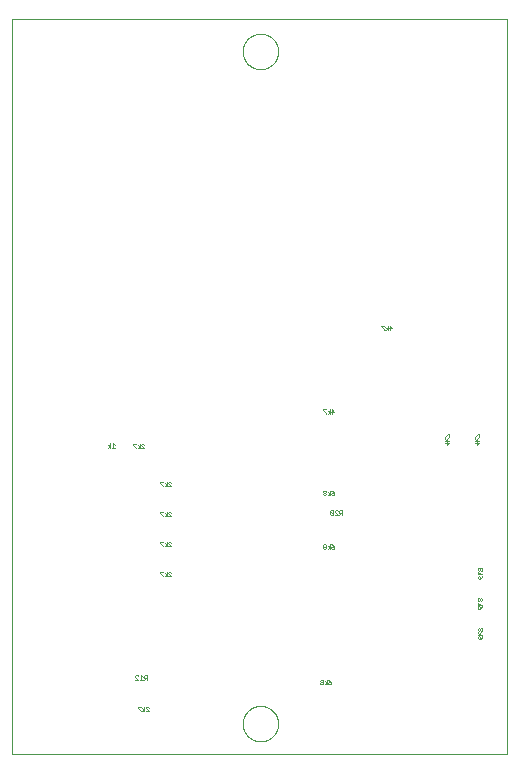
<source format=gbo>
G75*
%MOIN*%
%OFA0B0*%
%FSLAX25Y25*%
%IPPOS*%
%LPD*%
%AMOC8*
5,1,8,0,0,1.08239X$1,22.5*
%
%ADD10C,0.00000*%
%ADD11C,0.00100*%
D10*
X0027500Y0001000D02*
X0027500Y0245961D01*
X0192500Y0246000D01*
X0192500Y0001000D01*
X0027500Y0001000D01*
X0104271Y0011000D02*
X0104273Y0011153D01*
X0104279Y0011307D01*
X0104289Y0011460D01*
X0104303Y0011612D01*
X0104321Y0011765D01*
X0104343Y0011916D01*
X0104368Y0012067D01*
X0104398Y0012218D01*
X0104432Y0012368D01*
X0104469Y0012516D01*
X0104510Y0012664D01*
X0104555Y0012810D01*
X0104604Y0012956D01*
X0104657Y0013100D01*
X0104713Y0013242D01*
X0104773Y0013383D01*
X0104837Y0013523D01*
X0104904Y0013661D01*
X0104975Y0013797D01*
X0105050Y0013931D01*
X0105127Y0014063D01*
X0105209Y0014193D01*
X0105293Y0014321D01*
X0105381Y0014447D01*
X0105472Y0014570D01*
X0105566Y0014691D01*
X0105664Y0014809D01*
X0105764Y0014925D01*
X0105868Y0015038D01*
X0105974Y0015149D01*
X0106083Y0015257D01*
X0106195Y0015362D01*
X0106309Y0015463D01*
X0106427Y0015562D01*
X0106546Y0015658D01*
X0106668Y0015751D01*
X0106793Y0015840D01*
X0106920Y0015927D01*
X0107049Y0016009D01*
X0107180Y0016089D01*
X0107313Y0016165D01*
X0107448Y0016238D01*
X0107585Y0016307D01*
X0107724Y0016372D01*
X0107864Y0016434D01*
X0108006Y0016492D01*
X0108149Y0016547D01*
X0108294Y0016598D01*
X0108440Y0016645D01*
X0108587Y0016688D01*
X0108735Y0016727D01*
X0108884Y0016763D01*
X0109034Y0016794D01*
X0109185Y0016822D01*
X0109336Y0016846D01*
X0109489Y0016866D01*
X0109641Y0016882D01*
X0109794Y0016894D01*
X0109947Y0016902D01*
X0110100Y0016906D01*
X0110254Y0016906D01*
X0110407Y0016902D01*
X0110560Y0016894D01*
X0110713Y0016882D01*
X0110865Y0016866D01*
X0111018Y0016846D01*
X0111169Y0016822D01*
X0111320Y0016794D01*
X0111470Y0016763D01*
X0111619Y0016727D01*
X0111767Y0016688D01*
X0111914Y0016645D01*
X0112060Y0016598D01*
X0112205Y0016547D01*
X0112348Y0016492D01*
X0112490Y0016434D01*
X0112630Y0016372D01*
X0112769Y0016307D01*
X0112906Y0016238D01*
X0113041Y0016165D01*
X0113174Y0016089D01*
X0113305Y0016009D01*
X0113434Y0015927D01*
X0113561Y0015840D01*
X0113686Y0015751D01*
X0113808Y0015658D01*
X0113927Y0015562D01*
X0114045Y0015463D01*
X0114159Y0015362D01*
X0114271Y0015257D01*
X0114380Y0015149D01*
X0114486Y0015038D01*
X0114590Y0014925D01*
X0114690Y0014809D01*
X0114788Y0014691D01*
X0114882Y0014570D01*
X0114973Y0014447D01*
X0115061Y0014321D01*
X0115145Y0014193D01*
X0115227Y0014063D01*
X0115304Y0013931D01*
X0115379Y0013797D01*
X0115450Y0013661D01*
X0115517Y0013523D01*
X0115581Y0013383D01*
X0115641Y0013242D01*
X0115697Y0013100D01*
X0115750Y0012956D01*
X0115799Y0012810D01*
X0115844Y0012664D01*
X0115885Y0012516D01*
X0115922Y0012368D01*
X0115956Y0012218D01*
X0115986Y0012067D01*
X0116011Y0011916D01*
X0116033Y0011765D01*
X0116051Y0011612D01*
X0116065Y0011460D01*
X0116075Y0011307D01*
X0116081Y0011153D01*
X0116083Y0011000D01*
X0116081Y0010847D01*
X0116075Y0010693D01*
X0116065Y0010540D01*
X0116051Y0010388D01*
X0116033Y0010235D01*
X0116011Y0010084D01*
X0115986Y0009933D01*
X0115956Y0009782D01*
X0115922Y0009632D01*
X0115885Y0009484D01*
X0115844Y0009336D01*
X0115799Y0009190D01*
X0115750Y0009044D01*
X0115697Y0008900D01*
X0115641Y0008758D01*
X0115581Y0008617D01*
X0115517Y0008477D01*
X0115450Y0008339D01*
X0115379Y0008203D01*
X0115304Y0008069D01*
X0115227Y0007937D01*
X0115145Y0007807D01*
X0115061Y0007679D01*
X0114973Y0007553D01*
X0114882Y0007430D01*
X0114788Y0007309D01*
X0114690Y0007191D01*
X0114590Y0007075D01*
X0114486Y0006962D01*
X0114380Y0006851D01*
X0114271Y0006743D01*
X0114159Y0006638D01*
X0114045Y0006537D01*
X0113927Y0006438D01*
X0113808Y0006342D01*
X0113686Y0006249D01*
X0113561Y0006160D01*
X0113434Y0006073D01*
X0113305Y0005991D01*
X0113174Y0005911D01*
X0113041Y0005835D01*
X0112906Y0005762D01*
X0112769Y0005693D01*
X0112630Y0005628D01*
X0112490Y0005566D01*
X0112348Y0005508D01*
X0112205Y0005453D01*
X0112060Y0005402D01*
X0111914Y0005355D01*
X0111767Y0005312D01*
X0111619Y0005273D01*
X0111470Y0005237D01*
X0111320Y0005206D01*
X0111169Y0005178D01*
X0111018Y0005154D01*
X0110865Y0005134D01*
X0110713Y0005118D01*
X0110560Y0005106D01*
X0110407Y0005098D01*
X0110254Y0005094D01*
X0110100Y0005094D01*
X0109947Y0005098D01*
X0109794Y0005106D01*
X0109641Y0005118D01*
X0109489Y0005134D01*
X0109336Y0005154D01*
X0109185Y0005178D01*
X0109034Y0005206D01*
X0108884Y0005237D01*
X0108735Y0005273D01*
X0108587Y0005312D01*
X0108440Y0005355D01*
X0108294Y0005402D01*
X0108149Y0005453D01*
X0108006Y0005508D01*
X0107864Y0005566D01*
X0107724Y0005628D01*
X0107585Y0005693D01*
X0107448Y0005762D01*
X0107313Y0005835D01*
X0107180Y0005911D01*
X0107049Y0005991D01*
X0106920Y0006073D01*
X0106793Y0006160D01*
X0106668Y0006249D01*
X0106546Y0006342D01*
X0106427Y0006438D01*
X0106309Y0006537D01*
X0106195Y0006638D01*
X0106083Y0006743D01*
X0105974Y0006851D01*
X0105868Y0006962D01*
X0105764Y0007075D01*
X0105664Y0007191D01*
X0105566Y0007309D01*
X0105472Y0007430D01*
X0105381Y0007553D01*
X0105293Y0007679D01*
X0105209Y0007807D01*
X0105127Y0007937D01*
X0105050Y0008069D01*
X0104975Y0008203D01*
X0104904Y0008339D01*
X0104837Y0008477D01*
X0104773Y0008617D01*
X0104713Y0008758D01*
X0104657Y0008900D01*
X0104604Y0009044D01*
X0104555Y0009190D01*
X0104510Y0009336D01*
X0104469Y0009484D01*
X0104432Y0009632D01*
X0104398Y0009782D01*
X0104368Y0009933D01*
X0104343Y0010084D01*
X0104321Y0010235D01*
X0104303Y0010388D01*
X0104289Y0010540D01*
X0104279Y0010693D01*
X0104273Y0010847D01*
X0104271Y0011000D01*
X0104271Y0235055D02*
X0104273Y0235208D01*
X0104279Y0235362D01*
X0104289Y0235515D01*
X0104303Y0235667D01*
X0104321Y0235820D01*
X0104343Y0235971D01*
X0104368Y0236122D01*
X0104398Y0236273D01*
X0104432Y0236423D01*
X0104469Y0236571D01*
X0104510Y0236719D01*
X0104555Y0236865D01*
X0104604Y0237011D01*
X0104657Y0237155D01*
X0104713Y0237297D01*
X0104773Y0237438D01*
X0104837Y0237578D01*
X0104904Y0237716D01*
X0104975Y0237852D01*
X0105050Y0237986D01*
X0105127Y0238118D01*
X0105209Y0238248D01*
X0105293Y0238376D01*
X0105381Y0238502D01*
X0105472Y0238625D01*
X0105566Y0238746D01*
X0105664Y0238864D01*
X0105764Y0238980D01*
X0105868Y0239093D01*
X0105974Y0239204D01*
X0106083Y0239312D01*
X0106195Y0239417D01*
X0106309Y0239518D01*
X0106427Y0239617D01*
X0106546Y0239713D01*
X0106668Y0239806D01*
X0106793Y0239895D01*
X0106920Y0239982D01*
X0107049Y0240064D01*
X0107180Y0240144D01*
X0107313Y0240220D01*
X0107448Y0240293D01*
X0107585Y0240362D01*
X0107724Y0240427D01*
X0107864Y0240489D01*
X0108006Y0240547D01*
X0108149Y0240602D01*
X0108294Y0240653D01*
X0108440Y0240700D01*
X0108587Y0240743D01*
X0108735Y0240782D01*
X0108884Y0240818D01*
X0109034Y0240849D01*
X0109185Y0240877D01*
X0109336Y0240901D01*
X0109489Y0240921D01*
X0109641Y0240937D01*
X0109794Y0240949D01*
X0109947Y0240957D01*
X0110100Y0240961D01*
X0110254Y0240961D01*
X0110407Y0240957D01*
X0110560Y0240949D01*
X0110713Y0240937D01*
X0110865Y0240921D01*
X0111018Y0240901D01*
X0111169Y0240877D01*
X0111320Y0240849D01*
X0111470Y0240818D01*
X0111619Y0240782D01*
X0111767Y0240743D01*
X0111914Y0240700D01*
X0112060Y0240653D01*
X0112205Y0240602D01*
X0112348Y0240547D01*
X0112490Y0240489D01*
X0112630Y0240427D01*
X0112769Y0240362D01*
X0112906Y0240293D01*
X0113041Y0240220D01*
X0113174Y0240144D01*
X0113305Y0240064D01*
X0113434Y0239982D01*
X0113561Y0239895D01*
X0113686Y0239806D01*
X0113808Y0239713D01*
X0113927Y0239617D01*
X0114045Y0239518D01*
X0114159Y0239417D01*
X0114271Y0239312D01*
X0114380Y0239204D01*
X0114486Y0239093D01*
X0114590Y0238980D01*
X0114690Y0238864D01*
X0114788Y0238746D01*
X0114882Y0238625D01*
X0114973Y0238502D01*
X0115061Y0238376D01*
X0115145Y0238248D01*
X0115227Y0238118D01*
X0115304Y0237986D01*
X0115379Y0237852D01*
X0115450Y0237716D01*
X0115517Y0237578D01*
X0115581Y0237438D01*
X0115641Y0237297D01*
X0115697Y0237155D01*
X0115750Y0237011D01*
X0115799Y0236865D01*
X0115844Y0236719D01*
X0115885Y0236571D01*
X0115922Y0236423D01*
X0115956Y0236273D01*
X0115986Y0236122D01*
X0116011Y0235971D01*
X0116033Y0235820D01*
X0116051Y0235667D01*
X0116065Y0235515D01*
X0116075Y0235362D01*
X0116081Y0235208D01*
X0116083Y0235055D01*
X0116081Y0234902D01*
X0116075Y0234748D01*
X0116065Y0234595D01*
X0116051Y0234443D01*
X0116033Y0234290D01*
X0116011Y0234139D01*
X0115986Y0233988D01*
X0115956Y0233837D01*
X0115922Y0233687D01*
X0115885Y0233539D01*
X0115844Y0233391D01*
X0115799Y0233245D01*
X0115750Y0233099D01*
X0115697Y0232955D01*
X0115641Y0232813D01*
X0115581Y0232672D01*
X0115517Y0232532D01*
X0115450Y0232394D01*
X0115379Y0232258D01*
X0115304Y0232124D01*
X0115227Y0231992D01*
X0115145Y0231862D01*
X0115061Y0231734D01*
X0114973Y0231608D01*
X0114882Y0231485D01*
X0114788Y0231364D01*
X0114690Y0231246D01*
X0114590Y0231130D01*
X0114486Y0231017D01*
X0114380Y0230906D01*
X0114271Y0230798D01*
X0114159Y0230693D01*
X0114045Y0230592D01*
X0113927Y0230493D01*
X0113808Y0230397D01*
X0113686Y0230304D01*
X0113561Y0230215D01*
X0113434Y0230128D01*
X0113305Y0230046D01*
X0113174Y0229966D01*
X0113041Y0229890D01*
X0112906Y0229817D01*
X0112769Y0229748D01*
X0112630Y0229683D01*
X0112490Y0229621D01*
X0112348Y0229563D01*
X0112205Y0229508D01*
X0112060Y0229457D01*
X0111914Y0229410D01*
X0111767Y0229367D01*
X0111619Y0229328D01*
X0111470Y0229292D01*
X0111320Y0229261D01*
X0111169Y0229233D01*
X0111018Y0229209D01*
X0110865Y0229189D01*
X0110713Y0229173D01*
X0110560Y0229161D01*
X0110407Y0229153D01*
X0110254Y0229149D01*
X0110100Y0229149D01*
X0109947Y0229153D01*
X0109794Y0229161D01*
X0109641Y0229173D01*
X0109489Y0229189D01*
X0109336Y0229209D01*
X0109185Y0229233D01*
X0109034Y0229261D01*
X0108884Y0229292D01*
X0108735Y0229328D01*
X0108587Y0229367D01*
X0108440Y0229410D01*
X0108294Y0229457D01*
X0108149Y0229508D01*
X0108006Y0229563D01*
X0107864Y0229621D01*
X0107724Y0229683D01*
X0107585Y0229748D01*
X0107448Y0229817D01*
X0107313Y0229890D01*
X0107180Y0229966D01*
X0107049Y0230046D01*
X0106920Y0230128D01*
X0106793Y0230215D01*
X0106668Y0230304D01*
X0106546Y0230397D01*
X0106427Y0230493D01*
X0106309Y0230592D01*
X0106195Y0230693D01*
X0106083Y0230798D01*
X0105974Y0230906D01*
X0105868Y0231017D01*
X0105764Y0231130D01*
X0105664Y0231246D01*
X0105566Y0231364D01*
X0105472Y0231485D01*
X0105381Y0231608D01*
X0105293Y0231734D01*
X0105209Y0231862D01*
X0105127Y0231992D01*
X0105050Y0232124D01*
X0104975Y0232258D01*
X0104904Y0232394D01*
X0104837Y0232532D01*
X0104773Y0232672D01*
X0104713Y0232813D01*
X0104657Y0232955D01*
X0104604Y0233099D01*
X0104555Y0233245D01*
X0104510Y0233391D01*
X0104469Y0233539D01*
X0104432Y0233687D01*
X0104398Y0233837D01*
X0104368Y0233988D01*
X0104343Y0234139D01*
X0104321Y0234290D01*
X0104303Y0234443D01*
X0104289Y0234595D01*
X0104279Y0234748D01*
X0104273Y0234902D01*
X0104271Y0235055D01*
D11*
X0150311Y0143658D02*
X0150311Y0143407D01*
X0151312Y0142407D01*
X0151312Y0142156D01*
X0151789Y0142156D02*
X0152540Y0142657D01*
X0151789Y0143157D01*
X0151312Y0143658D02*
X0150311Y0143658D01*
X0152540Y0143658D02*
X0152540Y0142156D01*
X0153262Y0142156D02*
X0153262Y0143658D01*
X0154013Y0142907D01*
X0153012Y0142907D01*
X0134050Y0115764D02*
X0134800Y0115013D01*
X0133800Y0115013D01*
X0133327Y0114763D02*
X0132577Y0115263D01*
X0132099Y0115764D02*
X0131099Y0115764D01*
X0131099Y0115514D01*
X0132099Y0114513D01*
X0132099Y0114263D01*
X0132577Y0114263D02*
X0133327Y0114763D01*
X0133327Y0114263D02*
X0133327Y0115764D01*
X0134050Y0115764D02*
X0134050Y0114263D01*
X0133800Y0088658D02*
X0134300Y0088407D01*
X0134800Y0087907D01*
X0134050Y0087907D01*
X0133800Y0087657D01*
X0133800Y0087407D01*
X0134050Y0087156D01*
X0134550Y0087156D01*
X0134800Y0087407D01*
X0134800Y0087907D01*
X0133327Y0087657D02*
X0132577Y0088157D01*
X0132099Y0088157D02*
X0132099Y0088407D01*
X0131849Y0088658D01*
X0131349Y0088658D01*
X0131099Y0088407D01*
X0131099Y0088157D01*
X0131349Y0087907D01*
X0131849Y0087907D01*
X0132099Y0088157D01*
X0131849Y0087907D02*
X0132099Y0087657D01*
X0132099Y0087407D01*
X0131849Y0087156D01*
X0131349Y0087156D01*
X0131099Y0087407D01*
X0131099Y0087657D01*
X0131349Y0087907D01*
X0132577Y0087156D02*
X0133327Y0087657D01*
X0133327Y0087156D02*
X0133327Y0088658D01*
X0133753Y0082051D02*
X0133503Y0081801D01*
X0134503Y0080800D01*
X0134253Y0080550D01*
X0133753Y0080550D01*
X0133503Y0080800D01*
X0133503Y0081801D01*
X0133753Y0082051D02*
X0134253Y0082051D01*
X0134503Y0081801D01*
X0134503Y0080800D01*
X0134976Y0080550D02*
X0135977Y0080550D01*
X0134976Y0081551D01*
X0134976Y0081801D01*
X0135226Y0082051D01*
X0135727Y0082051D01*
X0135977Y0081801D01*
X0136449Y0081801D02*
X0136449Y0081301D01*
X0136699Y0081050D01*
X0137450Y0081050D01*
X0137450Y0080550D02*
X0137450Y0082051D01*
X0136699Y0082051D01*
X0136449Y0081801D01*
X0136950Y0081050D02*
X0136449Y0080550D01*
X0133800Y0070764D02*
X0134300Y0070514D01*
X0134800Y0070013D01*
X0134050Y0070013D01*
X0133800Y0069763D01*
X0133800Y0069513D01*
X0134050Y0069263D01*
X0134550Y0069263D01*
X0134800Y0069513D01*
X0134800Y0070013D01*
X0133327Y0069763D02*
X0132577Y0070263D01*
X0132099Y0070263D02*
X0132099Y0070514D01*
X0131849Y0070764D01*
X0131349Y0070764D01*
X0131099Y0070514D01*
X0131099Y0070263D01*
X0131349Y0070013D01*
X0131849Y0070013D01*
X0132099Y0070263D01*
X0131849Y0070013D02*
X0132099Y0069763D01*
X0132099Y0069513D01*
X0131849Y0069263D01*
X0131349Y0069263D01*
X0131099Y0069513D01*
X0131099Y0069763D01*
X0131349Y0070013D01*
X0132577Y0069263D02*
X0133327Y0069763D01*
X0133327Y0069263D02*
X0133327Y0070764D01*
X0132855Y0025606D02*
X0133355Y0025356D01*
X0133856Y0024856D01*
X0133105Y0024856D01*
X0132855Y0024606D01*
X0132855Y0024355D01*
X0133105Y0024105D01*
X0133605Y0024105D01*
X0133856Y0024355D01*
X0133856Y0024856D01*
X0132382Y0024606D02*
X0131632Y0025106D01*
X0131155Y0025106D02*
X0131155Y0025356D01*
X0130904Y0025606D01*
X0130404Y0025606D01*
X0130154Y0025356D01*
X0130154Y0025106D01*
X0130404Y0024856D01*
X0130904Y0024856D01*
X0131155Y0025106D01*
X0130904Y0024856D02*
X0131155Y0024606D01*
X0131155Y0024355D01*
X0130904Y0024105D01*
X0130404Y0024105D01*
X0130154Y0024355D01*
X0130154Y0024606D01*
X0130404Y0024856D01*
X0131632Y0024105D02*
X0132382Y0024606D01*
X0132382Y0024105D02*
X0132382Y0025606D01*
X0182643Y0039449D02*
X0182643Y0039949D01*
X0182893Y0040199D01*
X0183143Y0040199D01*
X0183394Y0039949D01*
X0183394Y0039199D01*
X0182893Y0039199D01*
X0182643Y0039449D01*
X0183394Y0039199D02*
X0183894Y0039699D01*
X0184144Y0040199D01*
X0184144Y0040672D02*
X0182643Y0040672D01*
X0183143Y0040672D02*
X0183644Y0041423D01*
X0183644Y0041900D02*
X0183894Y0041900D01*
X0184144Y0042150D01*
X0184144Y0042650D01*
X0183894Y0042900D01*
X0183644Y0042900D01*
X0183394Y0042650D01*
X0183394Y0042150D01*
X0183644Y0041900D01*
X0183394Y0042150D02*
X0183143Y0041900D01*
X0182893Y0041900D01*
X0182643Y0042150D01*
X0182643Y0042650D01*
X0182893Y0042900D01*
X0183143Y0042900D01*
X0183394Y0042650D01*
X0182643Y0041423D02*
X0183143Y0040672D01*
X0183291Y0049147D02*
X0183291Y0049898D01*
X0183041Y0050148D01*
X0182791Y0050148D01*
X0182541Y0049898D01*
X0182541Y0049398D01*
X0182791Y0049147D01*
X0183291Y0049147D01*
X0183792Y0049648D01*
X0184042Y0050148D01*
X0184042Y0050621D02*
X0182541Y0050621D01*
X0183041Y0050621D02*
X0183541Y0051371D01*
X0183541Y0051848D02*
X0183792Y0051848D01*
X0184042Y0052099D01*
X0184042Y0052599D01*
X0183792Y0052849D01*
X0183541Y0052849D01*
X0183291Y0052599D01*
X0183291Y0052099D01*
X0183541Y0051848D01*
X0183291Y0052099D02*
X0183041Y0051848D01*
X0182791Y0051848D01*
X0182541Y0052099D01*
X0182541Y0052599D01*
X0182791Y0052849D01*
X0183041Y0052849D01*
X0183291Y0052599D01*
X0182541Y0051371D02*
X0183041Y0050621D01*
X0182893Y0059277D02*
X0182643Y0059528D01*
X0182643Y0060028D01*
X0182893Y0060278D01*
X0183143Y0060278D01*
X0183394Y0060028D01*
X0183394Y0059277D01*
X0182893Y0059277D01*
X0183394Y0059277D02*
X0183894Y0059778D01*
X0184144Y0060278D01*
X0184144Y0060751D02*
X0182643Y0060751D01*
X0183143Y0060751D02*
X0183644Y0061501D01*
X0183644Y0061978D02*
X0183894Y0061978D01*
X0184144Y0062229D01*
X0184144Y0062729D01*
X0183894Y0062979D01*
X0183644Y0062979D01*
X0183394Y0062729D01*
X0183394Y0062229D01*
X0183644Y0061978D01*
X0183394Y0062229D02*
X0183143Y0061978D01*
X0182893Y0061978D01*
X0182643Y0062229D01*
X0182643Y0062729D01*
X0182893Y0062979D01*
X0183143Y0062979D01*
X0183394Y0062729D01*
X0182643Y0061501D02*
X0183143Y0060751D01*
X0182307Y0103832D02*
X0182307Y0104833D01*
X0182057Y0105306D02*
X0182557Y0106056D01*
X0183058Y0106533D02*
X0183058Y0107534D01*
X0182807Y0107534D01*
X0181807Y0106533D01*
X0181556Y0106533D01*
X0181556Y0106056D02*
X0182057Y0105306D01*
X0181556Y0105306D02*
X0183058Y0105306D01*
X0183058Y0104583D02*
X0182307Y0103832D01*
X0181556Y0104583D02*
X0183058Y0104583D01*
X0173058Y0104583D02*
X0172307Y0103832D01*
X0172307Y0104833D01*
X0172057Y0105306D02*
X0172557Y0106056D01*
X0173058Y0106533D02*
X0173058Y0107534D01*
X0172807Y0107534D01*
X0171807Y0106533D01*
X0171556Y0106533D01*
X0171556Y0106056D02*
X0172057Y0105306D01*
X0171556Y0105306D02*
X0173058Y0105306D01*
X0173058Y0104583D02*
X0171556Y0104583D01*
X0080450Y0091301D02*
X0080200Y0091551D01*
X0079699Y0091551D01*
X0079449Y0091301D01*
X0079449Y0091051D01*
X0080450Y0090050D01*
X0079449Y0090050D01*
X0078977Y0090050D02*
X0078977Y0091551D01*
X0078226Y0091051D02*
X0078977Y0090550D01*
X0078226Y0090050D01*
X0077749Y0090050D02*
X0077749Y0090300D01*
X0076748Y0091301D01*
X0076748Y0091551D01*
X0077749Y0091551D01*
X0077749Y0081551D02*
X0076748Y0081551D01*
X0076748Y0081301D01*
X0077749Y0080300D01*
X0077749Y0080050D01*
X0078226Y0080050D02*
X0078977Y0080550D01*
X0078226Y0081051D01*
X0078977Y0081551D02*
X0078977Y0080050D01*
X0079449Y0080050D02*
X0080450Y0080050D01*
X0079449Y0081051D01*
X0079449Y0081301D01*
X0079699Y0081551D01*
X0080200Y0081551D01*
X0080450Y0081301D01*
X0080200Y0071551D02*
X0080450Y0071301D01*
X0080200Y0071551D02*
X0079699Y0071551D01*
X0079449Y0071301D01*
X0079449Y0071051D01*
X0080450Y0070050D01*
X0079449Y0070050D01*
X0078977Y0070050D02*
X0078977Y0071551D01*
X0078226Y0071051D02*
X0078977Y0070550D01*
X0078226Y0070050D01*
X0077749Y0070050D02*
X0077749Y0070300D01*
X0076748Y0071301D01*
X0076748Y0071551D01*
X0077749Y0071551D01*
X0077749Y0061551D02*
X0076748Y0061551D01*
X0076748Y0061301D01*
X0077749Y0060300D01*
X0077749Y0060050D01*
X0078226Y0060050D02*
X0078977Y0060550D01*
X0078226Y0061051D01*
X0078977Y0061551D02*
X0078977Y0060050D01*
X0079449Y0060050D02*
X0080450Y0060050D01*
X0079449Y0061051D01*
X0079449Y0061301D01*
X0079699Y0061551D01*
X0080200Y0061551D01*
X0080450Y0061301D01*
X0072450Y0027051D02*
X0071699Y0027051D01*
X0071449Y0026801D01*
X0071449Y0026301D01*
X0071699Y0026050D01*
X0072450Y0026050D01*
X0072450Y0025550D02*
X0072450Y0027051D01*
X0071950Y0026050D02*
X0071449Y0025550D01*
X0070977Y0025550D02*
X0069976Y0025550D01*
X0069503Y0025550D02*
X0068503Y0026551D01*
X0068503Y0026801D01*
X0068753Y0027051D01*
X0069253Y0027051D01*
X0069503Y0026801D01*
X0070476Y0027051D02*
X0070476Y0025550D01*
X0069503Y0025550D02*
X0068503Y0025550D01*
X0070476Y0027051D02*
X0070977Y0026551D01*
X0071477Y0016551D02*
X0071477Y0015050D01*
X0071949Y0015050D02*
X0072950Y0015050D01*
X0071949Y0016051D01*
X0071949Y0016301D01*
X0072199Y0016551D01*
X0072700Y0016551D01*
X0072950Y0016301D01*
X0071477Y0015550D02*
X0070726Y0016051D01*
X0070249Y0016551D02*
X0069248Y0016551D01*
X0069248Y0016301D01*
X0070249Y0015300D01*
X0070249Y0015050D01*
X0070726Y0015050D02*
X0071477Y0015550D01*
X0071434Y0102707D02*
X0070433Y0103708D01*
X0070433Y0103959D01*
X0070684Y0104209D01*
X0071184Y0104209D01*
X0071434Y0103959D01*
X0071434Y0102707D02*
X0070433Y0102707D01*
X0069961Y0102707D02*
X0069961Y0104209D01*
X0069210Y0103708D02*
X0069961Y0103208D01*
X0069210Y0102707D01*
X0068733Y0102707D02*
X0068733Y0102958D01*
X0067732Y0103959D01*
X0067732Y0104209D01*
X0068733Y0104209D01*
X0061592Y0103945D02*
X0061091Y0104445D01*
X0061091Y0102944D01*
X0060591Y0102944D02*
X0061592Y0102944D01*
X0060118Y0102944D02*
X0060118Y0104445D01*
X0059368Y0103945D02*
X0060118Y0103444D01*
X0059368Y0102944D01*
M02*

</source>
